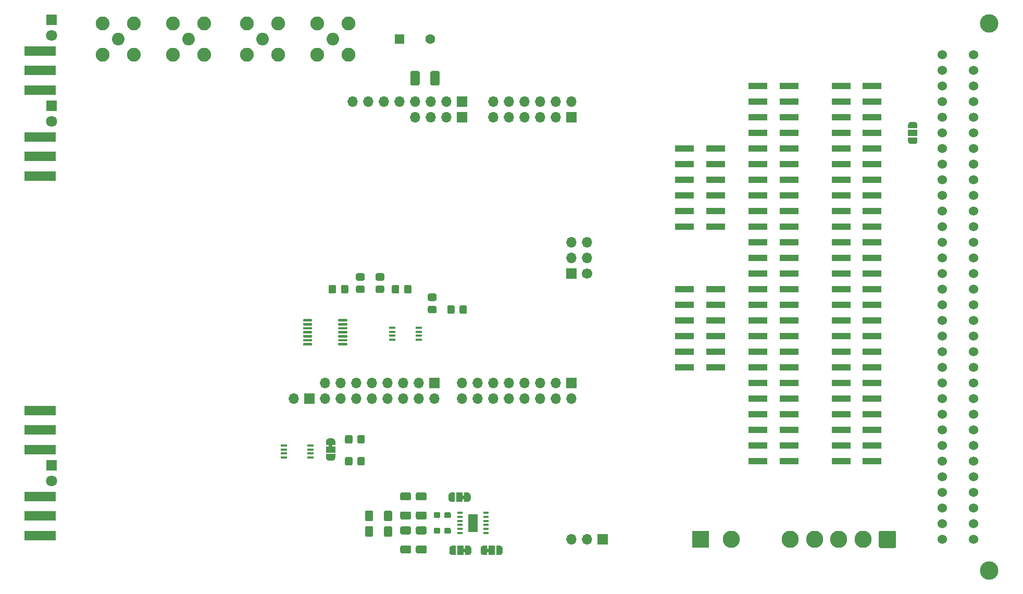
<source format=gts>
G04 #@! TF.GenerationSoftware,KiCad,Pcbnew,5.1.9-73d0e3b20d~88~ubuntu18.04.1*
G04 #@! TF.CreationDate,2021-03-10T15:05:19+01:00*
G04 #@! TF.ProjectId,FPGA_buffer_board,46504741-5f62-4756-9666-65725f626f61,1.1*
G04 #@! TF.SameCoordinates,Original*
G04 #@! TF.FileFunction,Soldermask,Top*
G04 #@! TF.FilePolarity,Negative*
%FSLAX46Y46*%
G04 Gerber Fmt 4.6, Leading zero omitted, Abs format (unit mm)*
G04 Created by KiCad (PCBNEW 5.1.9-73d0e3b20d~88~ubuntu18.04.1) date 2021-03-10 15:05:19*
%MOMM*%
%LPD*%
G01*
G04 APERTURE LIST*
%ADD10O,1.700000X1.700000*%
%ADD11R,1.700000X1.700000*%
%ADD12R,3.150000X1.000000*%
%ADD13C,0.100000*%
%ADD14R,1.000000X1.500000*%
%ADD15R,1.600000X1.600000*%
%ADD16C,1.600000*%
%ADD17R,1.500000X1.000000*%
%ADD18C,2.800000*%
%ADD19R,1.100000X0.400000*%
%ADD20R,0.890000X0.420000*%
%ADD21R,1.650000X2.850000*%
%ADD22R,5.080000X1.500000*%
%ADD23R,2.800000X2.800000*%
%ADD24C,1.700000*%
%ADD25C,1.524000*%
%ADD26C,3.000000*%
%ADD27C,2.050000*%
%ADD28C,2.250000*%
%ADD29R,1.800000X1.800000*%
%ADD30C,1.800000*%
G04 APERTURE END LIST*
D10*
X165735000Y-68580000D03*
X165735000Y-71120000D03*
X168275000Y-68580000D03*
X168275000Y-71120000D03*
X170815000Y-68580000D03*
X170815000Y-71120000D03*
X173355000Y-68580000D03*
X173355000Y-71120000D03*
X175895000Y-68580000D03*
X175895000Y-71120000D03*
X178435000Y-68580000D03*
D11*
X178435000Y-71120000D03*
D12*
X201900000Y-88900000D03*
X196850000Y-88900000D03*
X201900000Y-86360000D03*
X196850000Y-86360000D03*
X201900000Y-83820000D03*
X196850000Y-83820000D03*
X201900000Y-81280000D03*
X196850000Y-81280000D03*
X201900000Y-78740000D03*
X196850000Y-78740000D03*
X201900000Y-76200000D03*
X196850000Y-76200000D03*
D13*
G36*
X161024000Y-133142000D02*
G01*
X160674000Y-133142000D01*
X160674000Y-132542000D01*
X161024000Y-132542000D01*
X161024000Y-132092000D01*
X161574000Y-132092000D01*
X161574000Y-132092602D01*
X161598534Y-132092602D01*
X161647365Y-132097412D01*
X161695490Y-132106984D01*
X161742445Y-132121228D01*
X161787778Y-132140005D01*
X161831051Y-132163136D01*
X161871850Y-132190396D01*
X161909779Y-132221524D01*
X161944476Y-132256221D01*
X161975604Y-132294150D01*
X162002864Y-132334949D01*
X162025995Y-132378222D01*
X162044772Y-132423555D01*
X162059016Y-132470510D01*
X162068588Y-132518635D01*
X162073398Y-132567466D01*
X162073398Y-132592000D01*
X162074000Y-132592000D01*
X162074000Y-133092000D01*
X162073398Y-133092000D01*
X162073398Y-133116534D01*
X162068588Y-133165365D01*
X162059016Y-133213490D01*
X162044772Y-133260445D01*
X162025995Y-133305778D01*
X162002864Y-133349051D01*
X161975604Y-133389850D01*
X161944476Y-133427779D01*
X161909779Y-133462476D01*
X161871850Y-133493604D01*
X161831051Y-133520864D01*
X161787778Y-133543995D01*
X161742445Y-133562772D01*
X161695490Y-133577016D01*
X161647365Y-133586588D01*
X161598534Y-133591398D01*
X161574000Y-133591398D01*
X161574000Y-133592000D01*
X161024000Y-133592000D01*
X161024000Y-133142000D01*
G37*
G36*
X158974000Y-133591398D02*
G01*
X158949466Y-133591398D01*
X158900635Y-133586588D01*
X158852510Y-133577016D01*
X158805555Y-133562772D01*
X158760222Y-133543995D01*
X158716949Y-133520864D01*
X158676150Y-133493604D01*
X158638221Y-133462476D01*
X158603524Y-133427779D01*
X158572396Y-133389850D01*
X158545136Y-133349051D01*
X158522005Y-133305778D01*
X158503228Y-133260445D01*
X158488984Y-133213490D01*
X158479412Y-133165365D01*
X158474602Y-133116534D01*
X158474602Y-133092000D01*
X158474000Y-133092000D01*
X158474000Y-132592000D01*
X158474602Y-132592000D01*
X158474602Y-132567466D01*
X158479412Y-132518635D01*
X158488984Y-132470510D01*
X158503228Y-132423555D01*
X158522005Y-132378222D01*
X158545136Y-132334949D01*
X158572396Y-132294150D01*
X158603524Y-132256221D01*
X158638221Y-132221524D01*
X158676150Y-132190396D01*
X158716949Y-132163136D01*
X158760222Y-132140005D01*
X158805555Y-132121228D01*
X158852510Y-132106984D01*
X158900635Y-132097412D01*
X158949466Y-132092602D01*
X158974000Y-132092602D01*
X158974000Y-132092000D01*
X159524000Y-132092000D01*
X159524000Y-133592000D01*
X158974000Y-133592000D01*
X158974000Y-133591398D01*
G37*
D14*
X160274000Y-132842000D03*
D15*
X150495000Y-58420000D03*
D16*
X155495000Y-58420000D03*
D14*
X160401000Y-141478000D03*
D13*
G36*
X159101000Y-142227398D02*
G01*
X159076466Y-142227398D01*
X159027635Y-142222588D01*
X158979510Y-142213016D01*
X158932555Y-142198772D01*
X158887222Y-142179995D01*
X158843949Y-142156864D01*
X158803150Y-142129604D01*
X158765221Y-142098476D01*
X158730524Y-142063779D01*
X158699396Y-142025850D01*
X158672136Y-141985051D01*
X158649005Y-141941778D01*
X158630228Y-141896445D01*
X158615984Y-141849490D01*
X158606412Y-141801365D01*
X158601602Y-141752534D01*
X158601602Y-141728000D01*
X158601000Y-141728000D01*
X158601000Y-141228000D01*
X158601602Y-141228000D01*
X158601602Y-141203466D01*
X158606412Y-141154635D01*
X158615984Y-141106510D01*
X158630228Y-141059555D01*
X158649005Y-141014222D01*
X158672136Y-140970949D01*
X158699396Y-140930150D01*
X158730524Y-140892221D01*
X158765221Y-140857524D01*
X158803150Y-140826396D01*
X158843949Y-140799136D01*
X158887222Y-140776005D01*
X158932555Y-140757228D01*
X158979510Y-140742984D01*
X159027635Y-140733412D01*
X159076466Y-140728602D01*
X159101000Y-140728602D01*
X159101000Y-140728000D01*
X159651000Y-140728000D01*
X159651000Y-142228000D01*
X159101000Y-142228000D01*
X159101000Y-142227398D01*
G37*
G36*
X161151000Y-141778000D02*
G01*
X160801000Y-141778000D01*
X160801000Y-141178000D01*
X161151000Y-141178000D01*
X161151000Y-140728000D01*
X161701000Y-140728000D01*
X161701000Y-140728602D01*
X161725534Y-140728602D01*
X161774365Y-140733412D01*
X161822490Y-140742984D01*
X161869445Y-140757228D01*
X161914778Y-140776005D01*
X161958051Y-140799136D01*
X161998850Y-140826396D01*
X162036779Y-140857524D01*
X162071476Y-140892221D01*
X162102604Y-140930150D01*
X162129864Y-140970949D01*
X162152995Y-141014222D01*
X162171772Y-141059555D01*
X162186016Y-141106510D01*
X162195588Y-141154635D01*
X162200398Y-141203466D01*
X162200398Y-141228000D01*
X162201000Y-141228000D01*
X162201000Y-141728000D01*
X162200398Y-141728000D01*
X162200398Y-141752534D01*
X162195588Y-141801365D01*
X162186016Y-141849490D01*
X162171772Y-141896445D01*
X162152995Y-141941778D01*
X162129864Y-141985051D01*
X162102604Y-142025850D01*
X162071476Y-142063779D01*
X162036779Y-142098476D01*
X161998850Y-142129604D01*
X161958051Y-142156864D01*
X161914778Y-142179995D01*
X161869445Y-142198772D01*
X161822490Y-142213016D01*
X161774365Y-142222588D01*
X161725534Y-142227398D01*
X161701000Y-142227398D01*
X161701000Y-142228000D01*
X161151000Y-142228000D01*
X161151000Y-141778000D01*
G37*
G36*
X164731000Y-141178000D02*
G01*
X165081000Y-141178000D01*
X165081000Y-141778000D01*
X164731000Y-141778000D01*
X164731000Y-142228000D01*
X164181000Y-142228000D01*
X164181000Y-142227398D01*
X164156466Y-142227398D01*
X164107635Y-142222588D01*
X164059510Y-142213016D01*
X164012555Y-142198772D01*
X163967222Y-142179995D01*
X163923949Y-142156864D01*
X163883150Y-142129604D01*
X163845221Y-142098476D01*
X163810524Y-142063779D01*
X163779396Y-142025850D01*
X163752136Y-141985051D01*
X163729005Y-141941778D01*
X163710228Y-141896445D01*
X163695984Y-141849490D01*
X163686412Y-141801365D01*
X163681602Y-141752534D01*
X163681602Y-141728000D01*
X163681000Y-141728000D01*
X163681000Y-141228000D01*
X163681602Y-141228000D01*
X163681602Y-141203466D01*
X163686412Y-141154635D01*
X163695984Y-141106510D01*
X163710228Y-141059555D01*
X163729005Y-141014222D01*
X163752136Y-140970949D01*
X163779396Y-140930150D01*
X163810524Y-140892221D01*
X163845221Y-140857524D01*
X163883150Y-140826396D01*
X163923949Y-140799136D01*
X163967222Y-140776005D01*
X164012555Y-140757228D01*
X164059510Y-140742984D01*
X164107635Y-140733412D01*
X164156466Y-140728602D01*
X164181000Y-140728602D01*
X164181000Y-140728000D01*
X164731000Y-140728000D01*
X164731000Y-141178000D01*
G37*
G36*
X166781000Y-140728602D02*
G01*
X166805534Y-140728602D01*
X166854365Y-140733412D01*
X166902490Y-140742984D01*
X166949445Y-140757228D01*
X166994778Y-140776005D01*
X167038051Y-140799136D01*
X167078850Y-140826396D01*
X167116779Y-140857524D01*
X167151476Y-140892221D01*
X167182604Y-140930150D01*
X167209864Y-140970949D01*
X167232995Y-141014222D01*
X167251772Y-141059555D01*
X167266016Y-141106510D01*
X167275588Y-141154635D01*
X167280398Y-141203466D01*
X167280398Y-141228000D01*
X167281000Y-141228000D01*
X167281000Y-141728000D01*
X167280398Y-141728000D01*
X167280398Y-141752534D01*
X167275588Y-141801365D01*
X167266016Y-141849490D01*
X167251772Y-141896445D01*
X167232995Y-141941778D01*
X167209864Y-141985051D01*
X167182604Y-142025850D01*
X167151476Y-142063779D01*
X167116779Y-142098476D01*
X167078850Y-142129604D01*
X167038051Y-142156864D01*
X166994778Y-142179995D01*
X166949445Y-142198772D01*
X166902490Y-142213016D01*
X166854365Y-142222588D01*
X166805534Y-142227398D01*
X166781000Y-142227398D01*
X166781000Y-142228000D01*
X166231000Y-142228000D01*
X166231000Y-140728000D01*
X166781000Y-140728000D01*
X166781000Y-140728602D01*
G37*
D14*
X165481000Y-141478000D03*
D13*
G36*
X139619000Y-124345000D02*
G01*
X139619000Y-124695000D01*
X139019000Y-124695000D01*
X139019000Y-124345000D01*
X138569000Y-124345000D01*
X138569000Y-123795000D01*
X138569602Y-123795000D01*
X138569602Y-123770466D01*
X138574412Y-123721635D01*
X138583984Y-123673510D01*
X138598228Y-123626555D01*
X138617005Y-123581222D01*
X138640136Y-123537949D01*
X138667396Y-123497150D01*
X138698524Y-123459221D01*
X138733221Y-123424524D01*
X138771150Y-123393396D01*
X138811949Y-123366136D01*
X138855222Y-123343005D01*
X138900555Y-123324228D01*
X138947510Y-123309984D01*
X138995635Y-123300412D01*
X139044466Y-123295602D01*
X139069000Y-123295602D01*
X139069000Y-123295000D01*
X139569000Y-123295000D01*
X139569000Y-123295602D01*
X139593534Y-123295602D01*
X139642365Y-123300412D01*
X139690490Y-123309984D01*
X139737445Y-123324228D01*
X139782778Y-123343005D01*
X139826051Y-123366136D01*
X139866850Y-123393396D01*
X139904779Y-123424524D01*
X139939476Y-123459221D01*
X139970604Y-123497150D01*
X139997864Y-123537949D01*
X140020995Y-123581222D01*
X140039772Y-123626555D01*
X140054016Y-123673510D01*
X140063588Y-123721635D01*
X140068398Y-123770466D01*
X140068398Y-123795000D01*
X140069000Y-123795000D01*
X140069000Y-124345000D01*
X139619000Y-124345000D01*
G37*
G36*
X140068398Y-126395000D02*
G01*
X140068398Y-126419534D01*
X140063588Y-126468365D01*
X140054016Y-126516490D01*
X140039772Y-126563445D01*
X140020995Y-126608778D01*
X139997864Y-126652051D01*
X139970604Y-126692850D01*
X139939476Y-126730779D01*
X139904779Y-126765476D01*
X139866850Y-126796604D01*
X139826051Y-126823864D01*
X139782778Y-126846995D01*
X139737445Y-126865772D01*
X139690490Y-126880016D01*
X139642365Y-126889588D01*
X139593534Y-126894398D01*
X139569000Y-126894398D01*
X139569000Y-126895000D01*
X139069000Y-126895000D01*
X139069000Y-126894398D01*
X139044466Y-126894398D01*
X138995635Y-126889588D01*
X138947510Y-126880016D01*
X138900555Y-126865772D01*
X138855222Y-126846995D01*
X138811949Y-126823864D01*
X138771150Y-126796604D01*
X138733221Y-126765476D01*
X138698524Y-126730779D01*
X138667396Y-126692850D01*
X138640136Y-126652051D01*
X138617005Y-126608778D01*
X138598228Y-126563445D01*
X138583984Y-126516490D01*
X138574412Y-126468365D01*
X138569602Y-126419534D01*
X138569602Y-126395000D01*
X138569000Y-126395000D01*
X138569000Y-125845000D01*
X140069000Y-125845000D01*
X140069000Y-126395000D01*
X140068398Y-126395000D01*
G37*
D17*
X139319000Y-125095000D03*
D11*
X183515000Y-139700000D03*
D10*
X180975000Y-139700000D03*
X178435000Y-139700000D03*
G36*
G01*
X152285000Y-65695000D02*
X152285000Y-63845000D01*
G75*
G02*
X152535000Y-63595000I250000J0D01*
G01*
X153535000Y-63595000D01*
G75*
G02*
X153785000Y-63845000I0J-250000D01*
G01*
X153785000Y-65695000D01*
G75*
G02*
X153535000Y-65945000I-250000J0D01*
G01*
X152535000Y-65945000D01*
G75*
G02*
X152285000Y-65695000I0J250000D01*
G01*
G37*
G36*
G01*
X155535000Y-65695000D02*
X155535000Y-63845000D01*
G75*
G02*
X155785000Y-63595000I250000J0D01*
G01*
X156785000Y-63595000D01*
G75*
G02*
X157035000Y-63845000I0J-250000D01*
G01*
X157035000Y-65695000D01*
G75*
G02*
X156785000Y-65945000I-250000J0D01*
G01*
X155785000Y-65945000D01*
G75*
G02*
X155535000Y-65695000I0J250000D01*
G01*
G37*
G36*
G01*
X231235000Y-138560400D02*
X231235000Y-140839600D01*
G75*
G02*
X230974600Y-141100000I-260400J0D01*
G01*
X228695400Y-141100000D01*
G75*
G02*
X228435000Y-140839600I0J260400D01*
G01*
X228435000Y-138560400D01*
G75*
G02*
X228695400Y-138300000I260400J0D01*
G01*
X230974600Y-138300000D01*
G75*
G02*
X231235000Y-138560400I0J-260400D01*
G01*
G37*
D18*
X225875000Y-139700000D03*
X221915000Y-139700000D03*
X217955000Y-139700000D03*
X213995000Y-139700000D03*
D19*
X131708000Y-124445000D03*
X131708000Y-125095000D03*
X131708000Y-125745000D03*
X131708000Y-126395000D03*
X136008000Y-126395000D03*
X136008000Y-125745000D03*
X136008000Y-125095000D03*
X136008000Y-124445000D03*
D20*
X160331000Y-135408000D03*
X160331000Y-136058000D03*
X160331000Y-136708000D03*
X160331000Y-137358000D03*
X160331000Y-138008000D03*
X160331000Y-138658000D03*
X164541000Y-138658000D03*
X164541000Y-138008000D03*
X164541000Y-137358000D03*
X164541000Y-136708000D03*
X164541000Y-136058000D03*
X164541000Y-135408000D03*
D21*
X162436000Y-137033000D03*
D12*
X196850000Y-99060000D03*
X201900000Y-99060000D03*
X196850000Y-101600000D03*
X201900000Y-101600000D03*
X196850000Y-104140000D03*
X201900000Y-104140000D03*
X196850000Y-106680000D03*
X201900000Y-106680000D03*
X196850000Y-109220000D03*
X201900000Y-109220000D03*
X196850000Y-111760000D03*
X201900000Y-111760000D03*
D22*
X92075000Y-132715000D03*
X92075000Y-139065000D03*
X92075000Y-135890000D03*
X92075000Y-121920000D03*
X92075000Y-125095000D03*
X92075000Y-118745000D03*
D23*
X199470000Y-139700000D03*
D18*
X204470000Y-139700000D03*
D13*
G36*
X233184602Y-72360000D02*
G01*
X233184602Y-72335466D01*
X233189412Y-72286635D01*
X233198984Y-72238510D01*
X233213228Y-72191555D01*
X233232005Y-72146222D01*
X233255136Y-72102949D01*
X233282396Y-72062150D01*
X233313524Y-72024221D01*
X233348221Y-71989524D01*
X233386150Y-71958396D01*
X233426949Y-71931136D01*
X233470222Y-71908005D01*
X233515555Y-71889228D01*
X233562510Y-71874984D01*
X233610635Y-71865412D01*
X233659466Y-71860602D01*
X233684000Y-71860602D01*
X233684000Y-71860000D01*
X234184000Y-71860000D01*
X234184000Y-71860602D01*
X234208534Y-71860602D01*
X234257365Y-71865412D01*
X234305490Y-71874984D01*
X234352445Y-71889228D01*
X234397778Y-71908005D01*
X234441051Y-71931136D01*
X234481850Y-71958396D01*
X234519779Y-71989524D01*
X234554476Y-72024221D01*
X234585604Y-72062150D01*
X234612864Y-72102949D01*
X234635995Y-72146222D01*
X234654772Y-72191555D01*
X234669016Y-72238510D01*
X234678588Y-72286635D01*
X234683398Y-72335466D01*
X234683398Y-72360000D01*
X234684000Y-72360000D01*
X234684000Y-72910000D01*
X233184000Y-72910000D01*
X233184000Y-72360000D01*
X233184602Y-72360000D01*
G37*
D17*
X233934000Y-73660000D03*
D13*
G36*
X234684000Y-74410000D02*
G01*
X234684000Y-74960000D01*
X234683398Y-74960000D01*
X234683398Y-74984534D01*
X234678588Y-75033365D01*
X234669016Y-75081490D01*
X234654772Y-75128445D01*
X234635995Y-75173778D01*
X234612864Y-75217051D01*
X234585604Y-75257850D01*
X234554476Y-75295779D01*
X234519779Y-75330476D01*
X234481850Y-75361604D01*
X234441051Y-75388864D01*
X234397778Y-75411995D01*
X234352445Y-75430772D01*
X234305490Y-75445016D01*
X234257365Y-75454588D01*
X234208534Y-75459398D01*
X234184000Y-75459398D01*
X234184000Y-75460000D01*
X233684000Y-75460000D01*
X233684000Y-75459398D01*
X233659466Y-75459398D01*
X233610635Y-75454588D01*
X233562510Y-75445016D01*
X233515555Y-75430772D01*
X233470222Y-75411995D01*
X233426949Y-75388864D01*
X233386150Y-75361604D01*
X233348221Y-75330476D01*
X233313524Y-75295779D01*
X233282396Y-75257850D01*
X233255136Y-75217051D01*
X233232005Y-75173778D01*
X233213228Y-75128445D01*
X233198984Y-75081490D01*
X233189412Y-75033365D01*
X233184602Y-74984534D01*
X233184602Y-74960000D01*
X233184000Y-74960000D01*
X233184000Y-74410000D01*
X234684000Y-74410000D01*
G37*
G36*
G01*
X158866000Y-135525500D02*
X158866000Y-136000500D01*
G75*
G02*
X158628500Y-136238000I-237500J0D01*
G01*
X158028500Y-136238000D01*
G75*
G02*
X157791000Y-136000500I0J237500D01*
G01*
X157791000Y-135525500D01*
G75*
G02*
X158028500Y-135288000I237500J0D01*
G01*
X158628500Y-135288000D01*
G75*
G02*
X158866000Y-135525500I0J-237500D01*
G01*
G37*
G36*
G01*
X157141000Y-135525500D02*
X157141000Y-136000500D01*
G75*
G02*
X156903500Y-136238000I-237500J0D01*
G01*
X156303500Y-136238000D01*
G75*
G02*
X156066000Y-136000500I0J237500D01*
G01*
X156066000Y-135525500D01*
G75*
G02*
X156303500Y-135288000I237500J0D01*
G01*
X156903500Y-135288000D01*
G75*
G02*
X157141000Y-135525500I0J-237500D01*
G01*
G37*
G36*
G01*
X157141000Y-138065500D02*
X157141000Y-138540500D01*
G75*
G02*
X156903500Y-138778000I-237500J0D01*
G01*
X156303500Y-138778000D01*
G75*
G02*
X156066000Y-138540500I0J237500D01*
G01*
X156066000Y-138065500D01*
G75*
G02*
X156303500Y-137828000I237500J0D01*
G01*
X156903500Y-137828000D01*
G75*
G02*
X157141000Y-138065500I0J-237500D01*
G01*
G37*
G36*
G01*
X158866000Y-138065500D02*
X158866000Y-138540500D01*
G75*
G02*
X158628500Y-138778000I-237500J0D01*
G01*
X158028500Y-138778000D01*
G75*
G02*
X157791000Y-138540500I0J237500D01*
G01*
X157791000Y-138065500D01*
G75*
G02*
X158028500Y-137828000I237500J0D01*
G01*
X158628500Y-137828000D01*
G75*
G02*
X158866000Y-138065500I0J-237500D01*
G01*
G37*
D12*
X227330000Y-127000000D03*
X222280000Y-127000000D03*
X227330000Y-124460000D03*
X222280000Y-124460000D03*
X227330000Y-121920000D03*
X222280000Y-121920000D03*
X227330000Y-119380000D03*
X222280000Y-119380000D03*
X227330000Y-116840000D03*
X222280000Y-116840000D03*
X227330000Y-114300000D03*
X222280000Y-114300000D03*
X227330000Y-111760000D03*
X222280000Y-111760000D03*
X227330000Y-109220000D03*
X222280000Y-109220000D03*
X227330000Y-106680000D03*
X222280000Y-106680000D03*
X227330000Y-104140000D03*
X222280000Y-104140000D03*
X227330000Y-101600000D03*
X222280000Y-101600000D03*
X227330000Y-99060000D03*
X222280000Y-99060000D03*
X227330000Y-96520000D03*
X222280000Y-96520000D03*
X227330000Y-93980000D03*
X222280000Y-93980000D03*
X227330000Y-91440000D03*
X222280000Y-91440000D03*
X227330000Y-88900000D03*
X222280000Y-88900000D03*
X227330000Y-86360000D03*
X222280000Y-86360000D03*
X227330000Y-83820000D03*
X222280000Y-83820000D03*
X227330000Y-81280000D03*
X222280000Y-81280000D03*
X227330000Y-78740000D03*
X222280000Y-78740000D03*
X227330000Y-76200000D03*
X222280000Y-76200000D03*
X227330000Y-73660000D03*
X222280000Y-73660000D03*
X227330000Y-71120000D03*
X222280000Y-71120000D03*
X227330000Y-68580000D03*
X222280000Y-68580000D03*
X227330000Y-66040000D03*
X222280000Y-66040000D03*
X213838000Y-127000000D03*
X208788000Y-127000000D03*
X213838000Y-124460000D03*
X208788000Y-124460000D03*
X213838000Y-121920000D03*
X208788000Y-121920000D03*
X213838000Y-119380000D03*
X208788000Y-119380000D03*
X213838000Y-116840000D03*
X208788000Y-116840000D03*
X213838000Y-114300000D03*
X208788000Y-114300000D03*
X213838000Y-111760000D03*
X208788000Y-111760000D03*
X213838000Y-109220000D03*
X208788000Y-109220000D03*
X213838000Y-106680000D03*
X208788000Y-106680000D03*
X213838000Y-104140000D03*
X208788000Y-104140000D03*
X213838000Y-101600000D03*
X208788000Y-101600000D03*
X213838000Y-99060000D03*
X208788000Y-99060000D03*
X213838000Y-96520000D03*
X208788000Y-96520000D03*
X213838000Y-93980000D03*
X208788000Y-93980000D03*
X213838000Y-91440000D03*
X208788000Y-91440000D03*
X213838000Y-88900000D03*
X208788000Y-88900000D03*
X213838000Y-86360000D03*
X208788000Y-86360000D03*
X213838000Y-83820000D03*
X208788000Y-83820000D03*
X213838000Y-81280000D03*
X208788000Y-81280000D03*
X213838000Y-78740000D03*
X208788000Y-78740000D03*
X213838000Y-76200000D03*
X208788000Y-76200000D03*
X213838000Y-73660000D03*
X208788000Y-73660000D03*
X213838000Y-71120000D03*
X208788000Y-71120000D03*
X213838000Y-68580000D03*
X208788000Y-68580000D03*
X213838000Y-66040000D03*
X208788000Y-66040000D03*
D24*
X180975000Y-96520000D03*
D11*
X178435000Y-96520000D03*
D10*
X180975000Y-93980000D03*
X178435000Y-93980000D03*
X180975000Y-91440000D03*
X178435000Y-91440000D03*
D25*
X238760000Y-60960000D03*
X238760000Y-63500000D03*
X238760000Y-66040000D03*
X238760000Y-68580000D03*
X238760000Y-71120000D03*
X238760000Y-73660000D03*
X238760000Y-76200000D03*
X238760000Y-78740000D03*
X238760000Y-81280000D03*
X238760000Y-83820000D03*
X238760000Y-86360000D03*
X238760000Y-88900000D03*
X238760000Y-91440000D03*
X238760000Y-93980000D03*
X238760000Y-96520000D03*
X238760000Y-99060000D03*
X238760000Y-101600000D03*
X238760000Y-104140000D03*
X238760000Y-106680000D03*
X238760000Y-109220000D03*
X238760000Y-111760000D03*
X238760000Y-114300000D03*
X238760000Y-116840000D03*
X238760000Y-119380000D03*
X238760000Y-121920000D03*
X238760000Y-124460000D03*
X238760000Y-127000000D03*
X238760000Y-129540000D03*
X238760000Y-132080000D03*
X238760000Y-134620000D03*
X238760000Y-137160000D03*
X238760000Y-139700000D03*
X243840000Y-139700000D03*
X243840000Y-137160000D03*
X243840000Y-134620000D03*
X243840000Y-132080000D03*
X243840000Y-129540000D03*
X243840000Y-127000000D03*
X243840000Y-124460000D03*
X243840000Y-121920000D03*
X243840000Y-119380000D03*
X243840000Y-116840000D03*
X243840000Y-114300000D03*
X243840000Y-111760000D03*
X243840000Y-109220000D03*
X243840000Y-106680000D03*
X243840000Y-104140000D03*
X243840000Y-101600000D03*
X243840000Y-99060000D03*
X243840000Y-96520000D03*
X243840000Y-93980000D03*
X243840000Y-91440000D03*
X243840000Y-88900000D03*
X243840000Y-86360000D03*
X243840000Y-83820000D03*
X243840000Y-81280000D03*
X243840000Y-78740000D03*
X243840000Y-76200000D03*
X243840000Y-73660000D03*
X243840000Y-71120000D03*
X243840000Y-68580000D03*
X243840000Y-66040000D03*
X243840000Y-63500000D03*
X243840000Y-60960000D03*
D26*
X246380000Y-144780000D03*
X246380000Y-55880000D03*
G36*
G01*
X144902500Y-136515000D02*
X144902500Y-135265000D01*
G75*
G02*
X145152500Y-135015000I250000J0D01*
G01*
X145952500Y-135015000D01*
G75*
G02*
X146202500Y-135265000I0J-250000D01*
G01*
X146202500Y-136515000D01*
G75*
G02*
X145952500Y-136765000I-250000J0D01*
G01*
X145152500Y-136765000D01*
G75*
G02*
X144902500Y-136515000I0J250000D01*
G01*
G37*
G36*
G01*
X148002500Y-136515000D02*
X148002500Y-135265000D01*
G75*
G02*
X148252500Y-135015000I250000J0D01*
G01*
X149052500Y-135015000D01*
G75*
G02*
X149302500Y-135265000I0J-250000D01*
G01*
X149302500Y-136515000D01*
G75*
G02*
X149052500Y-136765000I-250000J0D01*
G01*
X148252500Y-136765000D01*
G75*
G02*
X148002500Y-136515000I0J250000D01*
G01*
G37*
G36*
G01*
X148002500Y-139055000D02*
X148002500Y-137805000D01*
G75*
G02*
X148252500Y-137555000I250000J0D01*
G01*
X149052500Y-137555000D01*
G75*
G02*
X149302500Y-137805000I0J-250000D01*
G01*
X149302500Y-139055000D01*
G75*
G02*
X149052500Y-139305000I-250000J0D01*
G01*
X148252500Y-139305000D01*
G75*
G02*
X148002500Y-139055000I0J250000D01*
G01*
G37*
G36*
G01*
X144902500Y-139055000D02*
X144902500Y-137805000D01*
G75*
G02*
X145152500Y-137555000I250000J0D01*
G01*
X145952500Y-137555000D01*
G75*
G02*
X146202500Y-137805000I0J-250000D01*
G01*
X146202500Y-139055000D01*
G75*
G02*
X145952500Y-139305000I-250000J0D01*
G01*
X145152500Y-139305000D01*
G75*
G02*
X144902500Y-139055000I0J250000D01*
G01*
G37*
G36*
G01*
X152136000Y-141990500D02*
X150886000Y-141990500D01*
G75*
G02*
X150636000Y-141740500I0J250000D01*
G01*
X150636000Y-140940500D01*
G75*
G02*
X150886000Y-140690500I250000J0D01*
G01*
X152136000Y-140690500D01*
G75*
G02*
X152386000Y-140940500I0J-250000D01*
G01*
X152386000Y-141740500D01*
G75*
G02*
X152136000Y-141990500I-250000J0D01*
G01*
G37*
G36*
G01*
X152136000Y-138890500D02*
X150886000Y-138890500D01*
G75*
G02*
X150636000Y-138640500I0J250000D01*
G01*
X150636000Y-137840500D01*
G75*
G02*
X150886000Y-137590500I250000J0D01*
G01*
X152136000Y-137590500D01*
G75*
G02*
X152386000Y-137840500I0J-250000D01*
G01*
X152386000Y-138640500D01*
G75*
G02*
X152136000Y-138890500I-250000J0D01*
G01*
G37*
G36*
G01*
X154676000Y-141990500D02*
X153426000Y-141990500D01*
G75*
G02*
X153176000Y-141740500I0J250000D01*
G01*
X153176000Y-140940500D01*
G75*
G02*
X153426000Y-140690500I250000J0D01*
G01*
X154676000Y-140690500D01*
G75*
G02*
X154926000Y-140940500I0J-250000D01*
G01*
X154926000Y-141740500D01*
G75*
G02*
X154676000Y-141990500I-250000J0D01*
G01*
G37*
G36*
G01*
X154676000Y-138890500D02*
X153426000Y-138890500D01*
G75*
G02*
X153176000Y-138640500I0J250000D01*
G01*
X153176000Y-137840500D01*
G75*
G02*
X153426000Y-137590500I250000J0D01*
G01*
X154676000Y-137590500D01*
G75*
G02*
X154926000Y-137840500I0J-250000D01*
G01*
X154926000Y-138640500D01*
G75*
G02*
X154676000Y-138890500I-250000J0D01*
G01*
G37*
G36*
G01*
X153426000Y-135175500D02*
X154676000Y-135175500D01*
G75*
G02*
X154926000Y-135425500I0J-250000D01*
G01*
X154926000Y-136225500D01*
G75*
G02*
X154676000Y-136475500I-250000J0D01*
G01*
X153426000Y-136475500D01*
G75*
G02*
X153176000Y-136225500I0J250000D01*
G01*
X153176000Y-135425500D01*
G75*
G02*
X153426000Y-135175500I250000J0D01*
G01*
G37*
G36*
G01*
X153426000Y-132075500D02*
X154676000Y-132075500D01*
G75*
G02*
X154926000Y-132325500I0J-250000D01*
G01*
X154926000Y-133125500D01*
G75*
G02*
X154676000Y-133375500I-250000J0D01*
G01*
X153426000Y-133375500D01*
G75*
G02*
X153176000Y-133125500I0J250000D01*
G01*
X153176000Y-132325500D01*
G75*
G02*
X153426000Y-132075500I250000J0D01*
G01*
G37*
G36*
G01*
X150886000Y-135175500D02*
X152136000Y-135175500D01*
G75*
G02*
X152386000Y-135425500I0J-250000D01*
G01*
X152386000Y-136225500D01*
G75*
G02*
X152136000Y-136475500I-250000J0D01*
G01*
X150886000Y-136475500D01*
G75*
G02*
X150636000Y-136225500I0J250000D01*
G01*
X150636000Y-135425500D01*
G75*
G02*
X150886000Y-135175500I250000J0D01*
G01*
G37*
G36*
G01*
X150886000Y-132075500D02*
X152136000Y-132075500D01*
G75*
G02*
X152386000Y-132325500I0J-250000D01*
G01*
X152386000Y-133125500D01*
G75*
G02*
X152136000Y-133375500I-250000J0D01*
G01*
X150886000Y-133375500D01*
G75*
G02*
X150636000Y-133125500I0J250000D01*
G01*
X150636000Y-132325500D01*
G75*
G02*
X150886000Y-132075500I250000J0D01*
G01*
G37*
G36*
G01*
X143665000Y-127450001D02*
X143665000Y-126549999D01*
G75*
G02*
X143914999Y-126300000I249999J0D01*
G01*
X144615001Y-126300000D01*
G75*
G02*
X144865000Y-126549999I0J-249999D01*
G01*
X144865000Y-127450001D01*
G75*
G02*
X144615001Y-127700000I-249999J0D01*
G01*
X143914999Y-127700000D01*
G75*
G02*
X143665000Y-127450001I0J249999D01*
G01*
G37*
G36*
G01*
X141665000Y-127450001D02*
X141665000Y-126549999D01*
G75*
G02*
X141914999Y-126300000I249999J0D01*
G01*
X142615001Y-126300000D01*
G75*
G02*
X142865000Y-126549999I0J-249999D01*
G01*
X142865000Y-127450001D01*
G75*
G02*
X142615001Y-127700000I-249999J0D01*
G01*
X141914999Y-127700000D01*
G75*
G02*
X141665000Y-127450001I0J249999D01*
G01*
G37*
G36*
G01*
X143665000Y-123894001D02*
X143665000Y-122993999D01*
G75*
G02*
X143914999Y-122744000I249999J0D01*
G01*
X144615001Y-122744000D01*
G75*
G02*
X144865000Y-122993999I0J-249999D01*
G01*
X144865000Y-123894001D01*
G75*
G02*
X144615001Y-124144000I-249999J0D01*
G01*
X143914999Y-124144000D01*
G75*
G02*
X143665000Y-123894001I0J249999D01*
G01*
G37*
G36*
G01*
X141665000Y-123894001D02*
X141665000Y-122993999D01*
G75*
G02*
X141914999Y-122744000I249999J0D01*
G01*
X142615001Y-122744000D01*
G75*
G02*
X142865000Y-122993999I0J-249999D01*
G01*
X142865000Y-123894001D01*
G75*
G02*
X142615001Y-124144000I-249999J0D01*
G01*
X141914999Y-124144000D01*
G75*
G02*
X141665000Y-123894001I0J249999D01*
G01*
G37*
D22*
X92075000Y-60325000D03*
X92075000Y-66675000D03*
X92075000Y-63500000D03*
D27*
X104775000Y-58420000D03*
D28*
X107315000Y-60960000D03*
X107315000Y-55880000D03*
X102235000Y-55880000D03*
X102235000Y-60960000D03*
D27*
X116205000Y-58420000D03*
D28*
X118745000Y-60960000D03*
X118745000Y-55880000D03*
X113665000Y-55880000D03*
X113665000Y-60960000D03*
G36*
G01*
X144595001Y-97660000D02*
X143694999Y-97660000D01*
G75*
G02*
X143445000Y-97410001I0J249999D01*
G01*
X143445000Y-96709999D01*
G75*
G02*
X143694999Y-96460000I249999J0D01*
G01*
X144595001Y-96460000D01*
G75*
G02*
X144845000Y-96709999I0J-249999D01*
G01*
X144845000Y-97410001D01*
G75*
G02*
X144595001Y-97660000I-249999J0D01*
G01*
G37*
G36*
G01*
X144595001Y-99660000D02*
X143694999Y-99660000D01*
G75*
G02*
X143445000Y-99410001I0J249999D01*
G01*
X143445000Y-98709999D01*
G75*
G02*
X143694999Y-98460000I249999J0D01*
G01*
X144595001Y-98460000D01*
G75*
G02*
X144845000Y-98709999I0J-249999D01*
G01*
X144845000Y-99410001D01*
G75*
G02*
X144595001Y-99660000I-249999J0D01*
G01*
G37*
G36*
G01*
X156279001Y-102962000D02*
X155378999Y-102962000D01*
G75*
G02*
X155129000Y-102712001I0J249999D01*
G01*
X155129000Y-102011999D01*
G75*
G02*
X155378999Y-101762000I249999J0D01*
G01*
X156279001Y-101762000D01*
G75*
G02*
X156529000Y-102011999I0J-249999D01*
G01*
X156529000Y-102712001D01*
G75*
G02*
X156279001Y-102962000I-249999J0D01*
G01*
G37*
G36*
G01*
X156279001Y-100962000D02*
X155378999Y-100962000D01*
G75*
G02*
X155129000Y-100712001I0J249999D01*
G01*
X155129000Y-100011999D01*
G75*
G02*
X155378999Y-99762000I249999J0D01*
G01*
X156279001Y-99762000D01*
G75*
G02*
X156529000Y-100011999I0J-249999D01*
G01*
X156529000Y-100712001D01*
G75*
G02*
X156279001Y-100962000I-249999J0D01*
G01*
G37*
G36*
G01*
X147770001Y-99660000D02*
X146869999Y-99660000D01*
G75*
G02*
X146620000Y-99410001I0J249999D01*
G01*
X146620000Y-98709999D01*
G75*
G02*
X146869999Y-98460000I249999J0D01*
G01*
X147770001Y-98460000D01*
G75*
G02*
X148020000Y-98709999I0J-249999D01*
G01*
X148020000Y-99410001D01*
G75*
G02*
X147770001Y-99660000I-249999J0D01*
G01*
G37*
G36*
G01*
X147770001Y-97660000D02*
X146869999Y-97660000D01*
G75*
G02*
X146620000Y-97410001I0J249999D01*
G01*
X146620000Y-96709999D01*
G75*
G02*
X146869999Y-96460000I249999J0D01*
G01*
X147770001Y-96460000D01*
G75*
G02*
X148020000Y-96709999I0J-249999D01*
G01*
X148020000Y-97410001D01*
G75*
G02*
X147770001Y-97660000I-249999J0D01*
G01*
G37*
G36*
G01*
X141005000Y-99510001D02*
X141005000Y-98609999D01*
G75*
G02*
X141254999Y-98360000I249999J0D01*
G01*
X141955001Y-98360000D01*
G75*
G02*
X142205000Y-98609999I0J-249999D01*
G01*
X142205000Y-99510001D01*
G75*
G02*
X141955001Y-99760000I-249999J0D01*
G01*
X141254999Y-99760000D01*
G75*
G02*
X141005000Y-99510001I0J249999D01*
G01*
G37*
G36*
G01*
X139005000Y-99510001D02*
X139005000Y-98609999D01*
G75*
G02*
X139254999Y-98360000I249999J0D01*
G01*
X139955001Y-98360000D01*
G75*
G02*
X140205000Y-98609999I0J-249999D01*
G01*
X140205000Y-99510001D01*
G75*
G02*
X139955001Y-99760000I-249999J0D01*
G01*
X139254999Y-99760000D01*
G75*
G02*
X139005000Y-99510001I0J249999D01*
G01*
G37*
G36*
G01*
X161477000Y-101911999D02*
X161477000Y-102812001D01*
G75*
G02*
X161227001Y-103062000I-249999J0D01*
G01*
X160526999Y-103062000D01*
G75*
G02*
X160277000Y-102812001I0J249999D01*
G01*
X160277000Y-101911999D01*
G75*
G02*
X160526999Y-101662000I249999J0D01*
G01*
X161227001Y-101662000D01*
G75*
G02*
X161477000Y-101911999I0J-249999D01*
G01*
G37*
G36*
G01*
X159477000Y-101911999D02*
X159477000Y-102812001D01*
G75*
G02*
X159227001Y-103062000I-249999J0D01*
G01*
X158526999Y-103062000D01*
G75*
G02*
X158277000Y-102812001I0J249999D01*
G01*
X158277000Y-101911999D01*
G75*
G02*
X158526999Y-101662000I249999J0D01*
G01*
X159227001Y-101662000D01*
G75*
G02*
X159477000Y-101911999I0J-249999D01*
G01*
G37*
G36*
G01*
X150460000Y-98609999D02*
X150460000Y-99510001D01*
G75*
G02*
X150210001Y-99760000I-249999J0D01*
G01*
X149509999Y-99760000D01*
G75*
G02*
X149260000Y-99510001I0J249999D01*
G01*
X149260000Y-98609999D01*
G75*
G02*
X149509999Y-98360000I249999J0D01*
G01*
X150210001Y-98360000D01*
G75*
G02*
X150460000Y-98609999I0J-249999D01*
G01*
G37*
G36*
G01*
X152460000Y-98609999D02*
X152460000Y-99510001D01*
G75*
G02*
X152210001Y-99760000I-249999J0D01*
G01*
X151509999Y-99760000D01*
G75*
G02*
X151260000Y-99510001I0J249999D01*
G01*
X151260000Y-98609999D01*
G75*
G02*
X151509999Y-98360000I249999J0D01*
G01*
X152210001Y-98360000D01*
G75*
G02*
X152460000Y-98609999I0J-249999D01*
G01*
G37*
D27*
X139700000Y-58420000D03*
D28*
X142240000Y-60960000D03*
X142240000Y-55880000D03*
X137160000Y-55880000D03*
X137160000Y-60960000D03*
X125730000Y-60960000D03*
X125730000Y-55880000D03*
X130810000Y-55880000D03*
X130810000Y-60960000D03*
D27*
X128270000Y-58420000D03*
D22*
X92075000Y-74295000D03*
X92075000Y-80645000D03*
X92075000Y-77470000D03*
G36*
G01*
X134830000Y-104195000D02*
X134830000Y-103995000D01*
G75*
G02*
X134930000Y-103895000I100000J0D01*
G01*
X136205000Y-103895000D01*
G75*
G02*
X136305000Y-103995000I0J-100000D01*
G01*
X136305000Y-104195000D01*
G75*
G02*
X136205000Y-104295000I-100000J0D01*
G01*
X134930000Y-104295000D01*
G75*
G02*
X134830000Y-104195000I0J100000D01*
G01*
G37*
G36*
G01*
X134830000Y-104845000D02*
X134830000Y-104645000D01*
G75*
G02*
X134930000Y-104545000I100000J0D01*
G01*
X136205000Y-104545000D01*
G75*
G02*
X136305000Y-104645000I0J-100000D01*
G01*
X136305000Y-104845000D01*
G75*
G02*
X136205000Y-104945000I-100000J0D01*
G01*
X134930000Y-104945000D01*
G75*
G02*
X134830000Y-104845000I0J100000D01*
G01*
G37*
G36*
G01*
X134830000Y-105495000D02*
X134830000Y-105295000D01*
G75*
G02*
X134930000Y-105195000I100000J0D01*
G01*
X136205000Y-105195000D01*
G75*
G02*
X136305000Y-105295000I0J-100000D01*
G01*
X136305000Y-105495000D01*
G75*
G02*
X136205000Y-105595000I-100000J0D01*
G01*
X134930000Y-105595000D01*
G75*
G02*
X134830000Y-105495000I0J100000D01*
G01*
G37*
G36*
G01*
X134830000Y-106145000D02*
X134830000Y-105945000D01*
G75*
G02*
X134930000Y-105845000I100000J0D01*
G01*
X136205000Y-105845000D01*
G75*
G02*
X136305000Y-105945000I0J-100000D01*
G01*
X136305000Y-106145000D01*
G75*
G02*
X136205000Y-106245000I-100000J0D01*
G01*
X134930000Y-106245000D01*
G75*
G02*
X134830000Y-106145000I0J100000D01*
G01*
G37*
G36*
G01*
X134830000Y-106795000D02*
X134830000Y-106595000D01*
G75*
G02*
X134930000Y-106495000I100000J0D01*
G01*
X136205000Y-106495000D01*
G75*
G02*
X136305000Y-106595000I0J-100000D01*
G01*
X136305000Y-106795000D01*
G75*
G02*
X136205000Y-106895000I-100000J0D01*
G01*
X134930000Y-106895000D01*
G75*
G02*
X134830000Y-106795000I0J100000D01*
G01*
G37*
G36*
G01*
X134830000Y-107445000D02*
X134830000Y-107245000D01*
G75*
G02*
X134930000Y-107145000I100000J0D01*
G01*
X136205000Y-107145000D01*
G75*
G02*
X136305000Y-107245000I0J-100000D01*
G01*
X136305000Y-107445000D01*
G75*
G02*
X136205000Y-107545000I-100000J0D01*
G01*
X134930000Y-107545000D01*
G75*
G02*
X134830000Y-107445000I0J100000D01*
G01*
G37*
G36*
G01*
X134830000Y-108095000D02*
X134830000Y-107895000D01*
G75*
G02*
X134930000Y-107795000I100000J0D01*
G01*
X136205000Y-107795000D01*
G75*
G02*
X136305000Y-107895000I0J-100000D01*
G01*
X136305000Y-108095000D01*
G75*
G02*
X136205000Y-108195000I-100000J0D01*
G01*
X134930000Y-108195000D01*
G75*
G02*
X134830000Y-108095000I0J100000D01*
G01*
G37*
G36*
G01*
X140555000Y-108095000D02*
X140555000Y-107895000D01*
G75*
G02*
X140655000Y-107795000I100000J0D01*
G01*
X141930000Y-107795000D01*
G75*
G02*
X142030000Y-107895000I0J-100000D01*
G01*
X142030000Y-108095000D01*
G75*
G02*
X141930000Y-108195000I-100000J0D01*
G01*
X140655000Y-108195000D01*
G75*
G02*
X140555000Y-108095000I0J100000D01*
G01*
G37*
G36*
G01*
X140555000Y-107445000D02*
X140555000Y-107245000D01*
G75*
G02*
X140655000Y-107145000I100000J0D01*
G01*
X141930000Y-107145000D01*
G75*
G02*
X142030000Y-107245000I0J-100000D01*
G01*
X142030000Y-107445000D01*
G75*
G02*
X141930000Y-107545000I-100000J0D01*
G01*
X140655000Y-107545000D01*
G75*
G02*
X140555000Y-107445000I0J100000D01*
G01*
G37*
G36*
G01*
X140555000Y-106795000D02*
X140555000Y-106595000D01*
G75*
G02*
X140655000Y-106495000I100000J0D01*
G01*
X141930000Y-106495000D01*
G75*
G02*
X142030000Y-106595000I0J-100000D01*
G01*
X142030000Y-106795000D01*
G75*
G02*
X141930000Y-106895000I-100000J0D01*
G01*
X140655000Y-106895000D01*
G75*
G02*
X140555000Y-106795000I0J100000D01*
G01*
G37*
G36*
G01*
X140555000Y-106145000D02*
X140555000Y-105945000D01*
G75*
G02*
X140655000Y-105845000I100000J0D01*
G01*
X141930000Y-105845000D01*
G75*
G02*
X142030000Y-105945000I0J-100000D01*
G01*
X142030000Y-106145000D01*
G75*
G02*
X141930000Y-106245000I-100000J0D01*
G01*
X140655000Y-106245000D01*
G75*
G02*
X140555000Y-106145000I0J100000D01*
G01*
G37*
G36*
G01*
X140555000Y-105495000D02*
X140555000Y-105295000D01*
G75*
G02*
X140655000Y-105195000I100000J0D01*
G01*
X141930000Y-105195000D01*
G75*
G02*
X142030000Y-105295000I0J-100000D01*
G01*
X142030000Y-105495000D01*
G75*
G02*
X141930000Y-105595000I-100000J0D01*
G01*
X140655000Y-105595000D01*
G75*
G02*
X140555000Y-105495000I0J100000D01*
G01*
G37*
G36*
G01*
X140555000Y-104845000D02*
X140555000Y-104645000D01*
G75*
G02*
X140655000Y-104545000I100000J0D01*
G01*
X141930000Y-104545000D01*
G75*
G02*
X142030000Y-104645000I0J-100000D01*
G01*
X142030000Y-104845000D01*
G75*
G02*
X141930000Y-104945000I-100000J0D01*
G01*
X140655000Y-104945000D01*
G75*
G02*
X140555000Y-104845000I0J100000D01*
G01*
G37*
G36*
G01*
X140555000Y-104195000D02*
X140555000Y-103995000D01*
G75*
G02*
X140655000Y-103895000I100000J0D01*
G01*
X141930000Y-103895000D01*
G75*
G02*
X142030000Y-103995000I0J-100000D01*
G01*
X142030000Y-104195000D01*
G75*
G02*
X141930000Y-104295000I-100000J0D01*
G01*
X140655000Y-104295000D01*
G75*
G02*
X140555000Y-104195000I0J100000D01*
G01*
G37*
D11*
X135890000Y-116840000D03*
D10*
X133350000Y-116840000D03*
D11*
X160655000Y-68580000D03*
D10*
X158115000Y-68580000D03*
X155575000Y-68580000D03*
X153035000Y-68580000D03*
X150495000Y-68580000D03*
X147955000Y-68580000D03*
X145415000Y-68580000D03*
X142875000Y-68580000D03*
D11*
X160655000Y-71120000D03*
D10*
X158115000Y-71120000D03*
X155575000Y-71120000D03*
X153035000Y-71120000D03*
X138430000Y-116840000D03*
X138430000Y-114300000D03*
X140970000Y-116840000D03*
X140970000Y-114300000D03*
X143510000Y-116840000D03*
X143510000Y-114300000D03*
X146050000Y-116840000D03*
X146050000Y-114300000D03*
X148590000Y-116840000D03*
X148590000Y-114300000D03*
X151130000Y-116840000D03*
X151130000Y-114300000D03*
X153670000Y-116840000D03*
X153670000Y-114300000D03*
X156210000Y-116840000D03*
D11*
X156210000Y-114300000D03*
X178435000Y-114300000D03*
D10*
X178435000Y-116840000D03*
X175895000Y-114300000D03*
X175895000Y-116840000D03*
X173355000Y-114300000D03*
X173355000Y-116840000D03*
X170815000Y-114300000D03*
X170815000Y-116840000D03*
X168275000Y-114300000D03*
X168275000Y-116840000D03*
X165735000Y-114300000D03*
X165735000Y-116840000D03*
X163195000Y-114300000D03*
X163195000Y-116840000D03*
X160655000Y-114300000D03*
X160655000Y-116840000D03*
D29*
X93980000Y-55245000D03*
D30*
X93980000Y-57785000D03*
X93980000Y-71755000D03*
D29*
X93980000Y-69215000D03*
X93980000Y-127635000D03*
D30*
X93980000Y-130175000D03*
D19*
X149361000Y-105324000D03*
X149361000Y-105974000D03*
X149361000Y-106624000D03*
X149361000Y-107274000D03*
X153661000Y-107274000D03*
X153661000Y-106624000D03*
X153661000Y-105974000D03*
X153661000Y-105324000D03*
M02*

</source>
